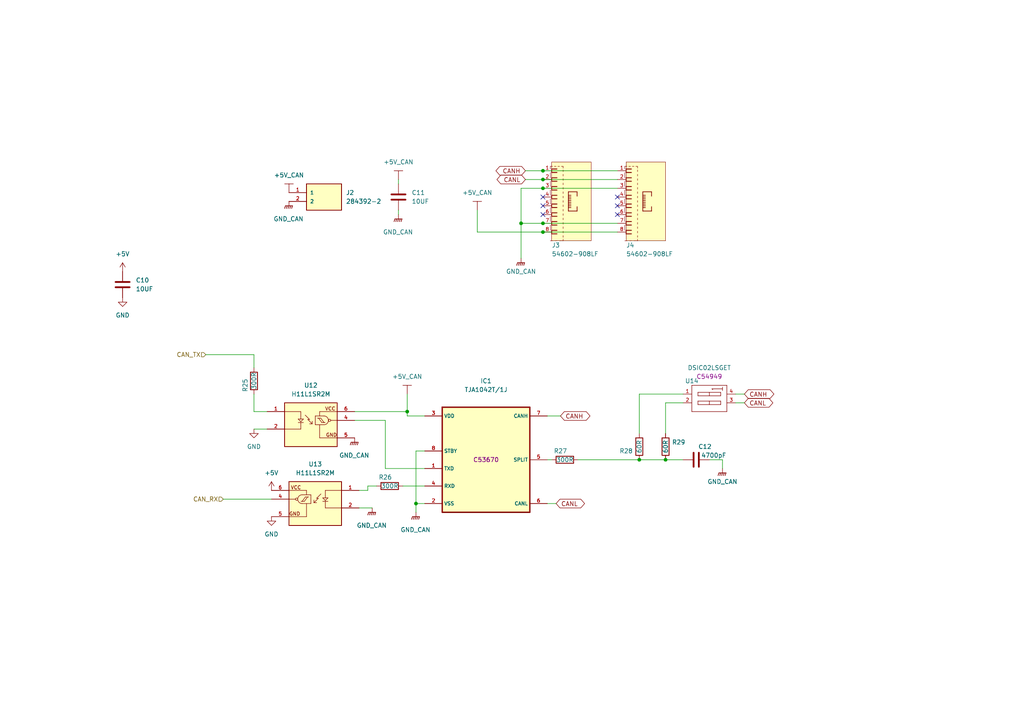
<source format=kicad_sch>
(kicad_sch (version 20211123) (generator eeschema)
  (paper "A4")
  (lib_symbols
    (symbol "54602-908LF_1" (pin_names (offset 1.016) hide)
      (property "Reference" "J" (at 12.7 10.16 0))
      (property "Value" "54602-908LF_1" (at 0 -12.7 0))
      (symbol "54602-908LF_1_0_0"
        (polyline (pts (xy -0.381 -10.16) (xy 0.254 -10.16)) (stroke (width 0.127)))
        (polyline (pts (xy -0.381 -5.588) (xy -0.381 -7.112)) (stroke (width 0.127)))
        (polyline (pts (xy -0.381 -3.048) (xy -0.381 -4.572)) (stroke (width 0.127)))
        (polyline (pts (xy -0.381 -0.508) (xy -0.381 -2.032)) (stroke (width 0.127)))
        (polyline (pts (xy -0.381 2.032) (xy -0.381 0.508)) (stroke (width 0.127)))
        (polyline (pts (xy -0.381 4.572) (xy -0.381 3.048)) (stroke (width 0.127)))
        (polyline (pts (xy -0.381 7.112) (xy -0.381 5.588)) (stroke (width 0.127)))
        (polyline (pts (xy -0.381 9.652) (xy -0.381 8.128)) (stroke (width 0.127)))
        (polyline (pts (xy -0.381 11.43) (xy -0.381 10.668)) (stroke (width 0.127)))
        (polyline (pts (xy 0 -8.128) (xy 1.524 -8.128)) (stroke (width 0.254)))
        (polyline (pts (xy 0 -7.112) (xy 0 -8.128)) (stroke (width 0.254)))
        (polyline (pts (xy 0 -5.588) (xy 1.524 -5.588)) (stroke (width 0.254)))
        (polyline (pts (xy 0 -4.572) (xy 0 -5.588)) (stroke (width 0.254)))
        (polyline (pts (xy 0 -3.048) (xy 1.524 -3.048)) (stroke (width 0.254)))
        (polyline (pts (xy 0 -2.032) (xy 0 -3.048)) (stroke (width 0.254)))
        (polyline (pts (xy 0 -0.508) (xy 1.524 -0.508)) (stroke (width 0.254)))
        (polyline (pts (xy 0 0.508) (xy 0 -0.508)) (stroke (width 0.254)))
        (polyline (pts (xy 0 2.032) (xy 1.524 2.032)) (stroke (width 0.254)))
        (polyline (pts (xy 0 3.048) (xy 0 2.032)) (stroke (width 0.254)))
        (polyline (pts (xy 0 4.572) (xy 1.524 4.572)) (stroke (width 0.254)))
        (polyline (pts (xy 0 5.588) (xy 0 4.572)) (stroke (width 0.254)))
        (polyline (pts (xy 0 7.112) (xy 1.524 7.112)) (stroke (width 0.254)))
        (polyline (pts (xy 0 8.128) (xy 0 7.112)) (stroke (width 0.254)))
        (polyline (pts (xy 0 9.652) (xy 1.524 9.652)) (stroke (width 0.254)))
        (polyline (pts (xy 0 10.668) (xy 0 9.652)) (stroke (width 0.254)))
        (polyline (pts (xy 0.254 11.43) (xy -0.381 11.43)) (stroke (width 0.127)))
        (polyline (pts (xy 1.016 -10.16) (xy 1.524 -10.16)) (stroke (width 0.127)))
        (polyline (pts (xy 1.27 11.43) (xy 0.762 11.43)) (stroke (width 0.127)))
        (polyline (pts (xy 1.524 -7.112) (xy 0 -7.112)) (stroke (width 0.254)))
        (polyline (pts (xy 1.524 -4.572) (xy 0 -4.572)) (stroke (width 0.254)))
        (polyline (pts (xy 1.524 -2.032) (xy 0 -2.032)) (stroke (width 0.254)))
        (polyline (pts (xy 1.524 0.508) (xy 0 0.508)) (stroke (width 0.254)))
        (polyline (pts (xy 1.524 3.048) (xy 0 3.048)) (stroke (width 0.254)))
        (polyline (pts (xy 1.524 5.588) (xy 0 5.588)) (stroke (width 0.254)))
        (polyline (pts (xy 1.524 8.128) (xy 0 8.128)) (stroke (width 0.254)))
        (polyline (pts (xy 1.524 10.668) (xy 0 10.668)) (stroke (width 0.254)))
        (polyline (pts (xy 2.286 -10.16) (xy 2.794 -10.16)) (stroke (width 0.127)))
        (polyline (pts (xy 2.286 11.43) (xy 1.778 11.43)) (stroke (width 0.127)))
        (polyline (pts (xy 3.048 -10.16) (xy 3.302 -10.16)) (stroke (width 0.127)))
        (polyline (pts (xy 3.302 -10.16) (xy 3.302 -9.652)) (stroke (width 0.127)))
        (polyline (pts (xy 3.302 -9.144) (xy 3.302 -8.636)) (stroke (width 0.127)))
        (polyline (pts (xy 3.302 -7.874) (xy 3.302 -7.366)) (stroke (width 0.127)))
        (polyline (pts (xy 3.302 -6.604) (xy 3.302 -6.096)) (stroke (width 0.127)))
        (polyline (pts (xy 3.302 -5.334) (xy 3.302 -4.826)) (stroke (width 0.127)))
        (polyline (pts (xy 3.302 -4.064) (xy 3.302 -3.556)) (stroke (width 0.127)))
        (polyline (pts (xy 3.302 -2.794) (xy 3.302 -2.286)) (stroke (width 0.127)))
        (polyline (pts (xy 3.302 -1.524) (xy 3.302 -1.016)) (stroke (width 0.127)))
        (polyline (pts (xy 3.302 -0.254) (xy 3.302 0.254)) (stroke (width 0.127)))
        (polyline (pts (xy 3.302 1.016) (xy 3.302 1.524)) (stroke (width 0.127)))
        (polyline (pts (xy 3.302 2.286) (xy 3.302 2.794)) (stroke (width 0.127)))
        (polyline (pts (xy 3.302 3.556) (xy 3.302 4.064)) (stroke (width 0.127)))
        (polyline (pts (xy 3.302 4.826) (xy 3.302 5.334)) (stroke (width 0.127)))
        (polyline (pts (xy 3.302 6.096) (xy 3.302 6.604)) (stroke (width 0.127)))
        (polyline (pts (xy 3.302 7.366) (xy 3.302 7.874)) (stroke (width 0.127)))
        (polyline (pts (xy 3.302 8.636) (xy 3.302 9.144)) (stroke (width 0.127)))
        (polyline (pts (xy 3.302 9.906) (xy 3.302 10.414)) (stroke (width 0.127)))
        (polyline (pts (xy 3.302 10.922) (xy 3.302 11.43)) (stroke (width 0.127)))
        (polyline (pts (xy 3.302 11.43) (xy 2.794 11.43)) (stroke (width 0.127)))
        (polyline (pts (xy 4.826 -1.524) (xy 7.366 -1.524)) (stroke (width 0.2032)))
        (polyline (pts (xy 4.826 -0.508) (xy 4.826 -1.524)) (stroke (width 0.2032)))
        (polyline (pts (xy 4.826 -0.508) (xy 5.588 -0.508)) (stroke (width 0.2032)))
        (polyline (pts (xy 4.826 0) (xy 4.826 -0.508)) (stroke (width 0.2032)))
        (polyline (pts (xy 4.826 0) (xy 5.588 0)) (stroke (width 0.2032)))
        (polyline (pts (xy 4.826 0.508) (xy 4.826 0)) (stroke (width 0.2032)))
        (polyline (pts (xy 4.826 0.508) (xy 5.588 0.508)) (stroke (width 0.2032)))
        (polyline (pts (xy 4.826 1.016) (xy 4.826 0.508)) (stroke (width 0.2032)))
        (polyline (pts (xy 4.826 1.016) (xy 5.588 1.016)) (stroke (width 0.2032)))
        (polyline (pts (xy 4.826 1.524) (xy 4.826 1.016)) (stroke (width 0.2032)))
        (polyline (pts (xy 4.826 1.524) (xy 5.588 1.524)) (stroke (width 0.2032)))
        (polyline (pts (xy 4.826 2.032) (xy 4.826 1.524)) (stroke (width 0.2032)))
        (polyline (pts (xy 4.826 2.032) (xy 5.588 2.032)) (stroke (width 0.2032)))
        (polyline (pts (xy 4.826 2.54) (xy 4.826 2.032)) (stroke (width 0.2032)))
        (polyline (pts (xy 4.826 2.54) (xy 5.588 2.54)) (stroke (width 0.2032)))
        (polyline (pts (xy 4.826 3.048) (xy 4.826 2.54)) (stroke (width 0.2032)))
        (polyline (pts (xy 4.826 3.048) (xy 5.588 3.048)) (stroke (width 0.2032)))
        (polyline (pts (xy 4.826 4.064) (xy 4.826 3.048)) (stroke (width 0.2032)))
        (polyline (pts (xy 7.366 -1.524) (xy 7.366 -0.254)) (stroke (width 0.2032)))
        (polyline (pts (xy 7.366 2.794) (xy 7.366 4.064)) (stroke (width 0.2032)))
        (polyline (pts (xy 7.366 4.064) (xy 4.826 4.064)) (stroke (width 0.2032)))
        (rectangle (start 0 12.7) (end 11.43 -10.16) (stroke (width 0.127)) (fill (type background)))
        (pin passive line (at -2.54 10.16 0) (length 2.54) (name "~") (number "1"))
        (pin passive line (at -2.54 7.62 0) (length 2.54) (name "~") (number "2"))
        (pin passive line (at -2.54 5.08 0) (length 2.54) (name "~") (number "3"))
        (pin passive line (at -2.54 2.54 0) (length 2.54) (name "~") (number "4"))
        (pin passive line (at -2.54 0 0) (length 2.54) (name "~") (number "5"))
        (pin passive line (at -2.54 -2.54 0) (length 2.54) (name "~") (number "6"))
        (pin passive line (at -2.54 -5.08 0) (length 2.54) (name "~") (number "7"))
        (pin passive line (at -2.54 -7.62 0) (length 2.54) (name "~") (number "8"))
      )
    )
    (symbol "Device:C" (pin_numbers hide) (pin_names (offset 0.254))
      (property "Reference" "C" (at 0.635 2.54 0))
      (property "Value" "C" (at 0.635 -2.54 0))
      (symbol "C_0_1"
        (polyline (pts (xy -2.032 -0.762) (xy 2.032 -0.762)) (stroke (width 0.508)))
        (polyline (pts (xy -2.032 0.762) (xy 2.032 0.762)) (stroke (width 0.508)))
      )
      (symbol "C_1_1"
        (pin passive line (at 0 3.81 270) (length 2.794) (name "~") (number "1"))
        (pin passive line (at 0 -3.81 90) (length 2.794) (name "~") (number "2"))
      )
    )
    (symbol "Device:R" (pin_numbers hide) (pin_names (offset 0))
      (property "Reference" "R" (at 2.032 0 90))
      (property "Value" "R" (at 0 0 90))
      (symbol "R_0_1"
        (rectangle (start -1.016 -2.54) (end 1.016 2.54) (stroke (width 0.254)))
      )
      (symbol "R_1_1"
        (pin passive line (at 0 3.81 270) (length 1.27) (name "~") (number "1"))
        (pin passive line (at 0 -3.81 90) (length 1.27) (name "~") (number "2"))
      )
    )
    (symbol "Schematic:284392-2" (pin_names (offset 1.016))
      (property "Reference" "J12" (at 6.35 2.5401 0))
      (property "Value" "284392-2" (at 6.35 0.0001 0))
      (symbol "284392-2_0_0"
        (rectangle (start -5.08 -2.54) (end 5.08 5.08) (stroke (width 0.254)) (fill (type background)))
        (pin power_out line (at -10.16 2.54 0) (length 5.08) (name "1") (number "1"))
        (pin power_out line (at -10.16 0 0) (length 5.08) (name "2") (number "2"))
      )
    )
    (symbol "Schematic:54602-908LF" (pin_names (offset 1.016) hide)
      (property "Reference" "J" (at 12.7 10.16 0))
      (property "Value" "54602-908LF" (at 0 -12.7 0))
      (symbol "54602-908LF_0_0"
        (polyline (pts (xy -0.381 -10.16) (xy 0.254 -10.16)) (stroke (width 0.127)))
        (polyline (pts (xy -0.381 -5.588) (xy -0.381 -7.112)) (stroke (width 0.127)))
        (polyline (pts (xy -0.381 -3.048) (xy -0.381 -4.572)) (stroke (width 0.127)))
        (polyline (pts (xy -0.381 -0.508) (xy -0.381 -2.032)) (stroke (width 0.127)))
        (polyline (pts (xy -0.381 2.032) (xy -0.381 0.508)) (stroke (width 0.127)))
        (polyline (pts (xy -0.381 4.572) (xy -0.381 3.048)) (stroke (width 0.127)))
        (polyline (pts (xy -0.381 7.112) (xy -0.381 5.588)) (stroke (width 0.127)))
        (polyline (pts (xy -0.381 9.652) (xy -0.381 8.128)) (stroke (width 0.127)))
        (polyline (pts (xy -0.381 11.43) (xy -0.381 10.668)) (stroke (width 0.127)))
        (polyline (pts (xy 0 -8.128) (xy 1.524 -8.128)) (stroke (width 0.254)))
        (polyline (pts (xy 0 -7.112) (xy 0 -8.128)) (stroke (width 0.254)))
        (polyline (pts (xy 0 -5.588) (xy 1.524 -5.588)) (stroke (width 0.254)))
        (polyline (pts (xy 0 -4.572) (xy 0 -5.588)) (stroke (width 0.254)))
        (polyline (pts (xy 0 -3.048) (xy 1.524 -3.048)) (stroke (width 0.254)))
        (polyline (pts (xy 0 -2.032) (xy 0 -3.048)) (stroke (width 0.254)))
        (polyline (pts (xy 0 -0.508) (xy 1.524 -0.508)) (stroke (width 0.254)))
        (polyline (pts (xy 0 0.508) (xy 0 -0.508)) (stroke (width 0.254)))
        (polyline (pts (xy 0 2.032) (xy 1.524 2.032)) (stroke (width 0.254)))
        (polyline (pts (xy 0 3.048) (xy 0 2.032)) (stroke (width 0.254)))
        (polyline (pts (xy 0 4.572) (xy 1.524 4.572)) (stroke (width 0.254)))
        (polyline (pts (xy 0 5.588) (xy 0 4.572)) (stroke (width 0.254)))
        (polyline (pts (xy 0 7.112) (xy 1.524 7.112)) (stroke (width 0.254)))
        (polyline (pts (xy 0 8.128) (xy 0 7.112)) (stroke (width 0.254)))
        (polyline (pts (xy 0 9.652) (xy 1.524 9.652)) (stroke (width 0.254)))
        (polyline (pts (xy 0 10.668) (xy 0 9.652)) (stroke (width 0.254)))
        (polyline (pts (xy 0.254 11.43) (xy -0.381 11.43)) (stroke (width 0.127)))
        (polyline (pts (xy 1.016 -10.16) (xy 1.524 -10.16)) (stroke (width 0.127)))
        (polyline (pts (xy 1.27 11.43) (xy 0.762 11.43)) (stroke (width 0.127)))
        (polyline (pts (xy 1.524 -7.112) (xy 0 -7.112)) (stroke (width 0.254)))
        (polyline (pts (xy 1.524 -4.572) (xy 0 -4.572)) (stroke (width 0.254)))
        (polyline (pts (xy 1.524 -2.032) (xy 0 -2.032)) (stroke (width 0.254)))
        (polyline (pts (xy 1.524 0.508) (xy 0 0.508)) (stroke (width 0.254)))
        (polyline (pts (xy 1.524 3.048) (xy 0 3.048)) (stroke (width 0.254)))
        (polyline (pts (xy 1.524 5.588) (xy 0 5.588)) (stroke (width 0.254)))
        (polyline (pts (xy 1.524 8.128) (xy 0 8.128)) (stroke (width 0.254)))
        (polyline (pts (xy 1.524 10.668) (xy 0 10.668)) (stroke (width 0.254)))
        (polyline (pts (xy 2.286 -10.16) (xy 2.794 -10.16)) (stroke (width 0.127)))
        (polyline (pts (xy 2.286 11.43) (xy 1.778 11.43)) (stroke (width 0.127)))
        (polyline (pts (xy 3.048 -10.16) (xy 3.302 -10.16)) (stroke (width 0.127)))
        (polyline (pts (xy 3.302 -10.16) (xy 3.302 -9.652)) (stroke (width 0.127)))
        (polyline (pts (xy 3.302 -9.144) (xy 3.302 -8.636)) (stroke (width 0.127)))
        (polyline (pts (xy 3.302 -7.874) (xy 3.302 -7.366)) (stroke (width 0.127)))
        (polyline (pts (xy 3.302 -6.604) (xy 3.302 -6.096)) (stroke (width 0.127)))
        (polyline (pts (xy 3.302 -5.334) (xy 3.302 -4.826)) (stroke (width 0.127)))
        (polyline (pts (xy 3.302 -4.064) (xy 3.302 -3.556)) (stroke (width 0.127)))
        (polyline (pts (xy 3.302 -2.794) (xy 3.302 -2.286)) (stroke (width 0.127)))
        (polyline (pts (xy 3.302 -1.524) (xy 3.302 -1.016)) (stroke (width 0.127)))
        (polyline (pts (xy 3.302 -0.254) (xy 3.302 0.254)) (stroke (width 0.127)))
        (polyline (pts (xy 3.302 1.016) (xy 3.302 1.524)) (stroke (width 0.127)))
        (polyline (pts (xy 3.302 2.286) (xy 3.302 2.794)) (stroke (width 0.127)))
        (polyline (pts (xy 3.302 3.556) (xy 3.302 4.064)) (stroke (width 0.127)))
        (polyline (pts (xy 3.302 4.826) (xy 3.302 5.334)) (stroke (width 0.127)))
        (polyline (pts (xy 3.302 6.096) (xy 3.302 6.604)) (stroke (width 0.127)))
        (polyline (pts (xy 3.302 7.366) (xy 3.302 7.874)) (stroke (width 0.127)))
        (polyline (pts (xy 3.302 8.636) (xy 3.302 9.144)) (stroke (width 0.127)))
        (polyline (pts (xy 3.302 9.906) (xy 3.302 10.414)) (stroke (width 0.127)))
        (polyline (pts (xy 3.302 10.922) (xy 3.302 11.43)) (stroke (width 0.127)))
        (polyline (pts (xy 3.302 11.43) (xy 2.794 11.43)) (stroke (width 0.127)))
        (polyline (pts (xy 4.826 -1.524) (xy 7.366 -1.524)) (stroke (width 0.2032)))
        (polyline (pts (xy 4.826 -0.508) (xy 4.826 -1.524)) (stroke (width 0.2032)))
        (polyline (pts (xy 4.826 -0.508) (xy 5.588 -0.508)) (stroke (width 0.2032)))
        (polyline (pts (xy 4.826 0) (xy 4.826 -0.508)) (stroke (width 0.2032)))
        (polyline (pts (xy 4.826 0) (xy 5.588 0)) (stroke (width 0.2032)))
        (polyline (pts (xy 4.826 0.508) (xy 4.826 0)) (stroke (width 0.2032)))
        (polyline (pts (xy 4.826 0.508) (xy 5.588 0.508)) (stroke (width 0.2032)))
        (polyline (pts (xy 4.826 1.016) (xy 4.826 0.508)) (stroke (width 0.2032)))
        (polyline (pts (xy 4.826 1.016) (xy 5.588 1.016)) (stroke (width 0.2032)))
        (polyline (pts (xy 4.826 1.524) (xy 4.826 1.016)) (stroke (width 0.2032)))
        (polyline (pts (xy 4.826 1.524) (xy 5.588 1.524)) (stroke (width 0.2032)))
        (polyline (pts (xy 4.826 2.032) (xy 4.826 1.524)) (stroke (width 0.2032)))
        (polyline (pts (xy 4.826 2.032) (xy 5.588 2.032)) (stroke (width 0.2032)))
        (polyline (pts (xy 4.826 2.54) (xy 4.826 2.032)) (stroke (width 0.2032)))
        (polyline (pts (xy 4.826 2.54) (xy 5.588 2.54)) (stroke (width 0.2032)))
        (polyline (pts (xy 4.826 3.048) (xy 4.826 2.54)) (stroke (width 0.2032)))
        (polyline (pts (xy 4.826 3.048) (xy 5.588 3.048)) (stroke (width 0.2032)))
        (polyline (pts (xy 4.826 4.064) (xy 4.826 3.048)) (stroke (width 0.2032)))
        (polyline (pts (xy 7.366 -1.524) (xy 7.366 -0.254)) (stroke (width 0.2032)))
        (polyline (pts (xy 7.366 2.794) (xy 7.366 4.064)) (stroke (width 0.2032)))
        (polyline (pts (xy 7.366 4.064) (xy 4.826 4.064)) (stroke (width 0.2032)))
        (rectangle (start 0 12.7) (end 11.43 -10.16) (stroke (width 0.127)) (fill (type background)))
        (pin passive line (at -2.54 10.16 0) (length 2.54) (name "~") (number "1"))
        (pin passive line (at -2.54 7.62 0) (length 2.54) (name "~") (number "2"))
        (pin passive line (at -2.54 5.08 0) (length 2.54) (name "~") (number "3"))
        (pin passive line (at -2.54 2.54 0) (length 2.54) (name "~") (number "4"))
        (pin passive line (at -2.54 0 0) (length 2.54) (name "~") (number "5"))
        (pin passive line (at -2.54 -2.54 0) (length 2.54) (name "~") (number "6"))
        (pin passive line (at -2.54 -5.08 0) (length 2.54) (name "~") (number "7"))
        (pin passive line (at -2.54 -7.62 0) (length 2.54) (name "~") (number "8"))
      )
    )
    (symbol "Schematic:DSIC02LSGET" (pin_names hide)
      (property "Reference" "U" (at 0 1.27 0))
      (property "Value" "DSIC02LSGET" (at 0 -2.54 0))
      (property "LCSC" "C54949" (at 0 0 0))
      (symbol "DSIC02LSGET_0_0"
        (polyline (pts (xy -5.08 -3.81) (xy -5.08 3.81)))
        (polyline (pts (xy -5.08 3.81) (xy 5.08 3.81)))
        (polyline (pts (xy -3.302 -1.778) (xy -3.302 -0.762)))
        (polyline (pts (xy -3.302 -0.762) (xy 3.302 -0.762)))
        (polyline (pts (xy -3.302 0.762) (xy -3.302 1.778)))
        (polyline (pts (xy -3.302 1.778) (xy 3.302 1.778)))
        (polyline (pts (xy 0 -0.762) (xy 0 -1.778)))
        (polyline (pts (xy 0 1.778) (xy 0 0.762)))
        (polyline (pts (xy 0.762 2.794) (xy 3.81 2.794)))
        (polyline (pts (xy 1.016 2.54) (xy 0.762 2.794)))
        (polyline (pts (xy 3.302 -1.778) (xy -3.302 -1.778)))
        (polyline (pts (xy 3.302 -0.762) (xy 3.302 -1.778)))
        (polyline (pts (xy 3.302 0.762) (xy -3.302 0.762)))
        (polyline (pts (xy 3.302 1.778) (xy 3.302 0.762)))
        (polyline (pts (xy 3.81 3.302) (xy 3.81 2.286)))
        (polyline (pts (xy 5.08 -3.81) (xy -5.08 -3.81)))
        (polyline (pts (xy 5.08 3.81) (xy 5.08 -3.81)))
        (pin input line (at -7.62 1.27 0) (length 2.54) (name "A1") (number "1"))
        (pin input line (at -7.62 -1.27 0) (length 2.54) (name "A2") (number "2"))
        (pin input line (at 7.62 -1.27 180) (length 2.54) (name "B2") (number "3"))
        (pin input line (at 7.62 1.27 180) (length 2.54) (name "B1") (number "4"))
      )
    )
    (symbol "Schematic:H11L1SR2M" (pin_names (offset 1.016) hide)
      (property "Reference" "U" (at -7.62 6.35 0))
      (property "Value" "H11L1SR2M" (at -7.62 -8.89 0))
      (symbol "H11L1SR2M_0_0"
        (rectangle (start -7.62 -7.62) (end 7.62 5.08) (stroke (width 0.254)) (fill (type background)))
        (polyline (pts (xy -7.62 2.54) (xy -2.921 2.54)) (stroke (width 0.1524)))
        (polyline (pts (xy -3.683 -0.635) (xy -2.159 -0.635)) (stroke (width 0.1524)))
        (polyline (pts (xy -3.683 0.381) (xy -2.921 -0.381)) (stroke (width 0.1524)))
        (polyline (pts (xy -2.921 -2.54) (xy -7.62 -2.54)) (stroke (width 0.1524)))
        (polyline (pts (xy -2.921 -0.635) (xy -2.921 -2.54)) (stroke (width 0.1524)))
        (polyline (pts (xy -2.921 -0.381) (xy -2.159 0.381)) (stroke (width 0.1524)))
        (polyline (pts (xy -2.921 0.381) (xy -3.683 0.381)) (stroke (width 0.1524)))
        (polyline (pts (xy -2.921 0.381) (xy -2.159 0.381)) (stroke (width 0.1524)))
        (polyline (pts (xy -2.921 2.54) (xy -2.921 0.381)) (stroke (width 0.1524)))
        (polyline (pts (xy -1.651 1.524) (xy -0.381 0.254)) (stroke (width 0.1524)))
        (polyline (pts (xy -0.889 0.254) (xy 0.381 -1.016)) (stroke (width 0.1524)))
        (polyline (pts (xy -0.381 0.254) (xy -0.889 0.254)) (stroke (width 0.1524)))
        (polyline (pts (xy 0.381 -1.016) (xy -0.381 -1.016)) (stroke (width 0.1524)))
        (polyline (pts (xy 0.381 -1.016) (xy 0.381 -0.254)) (stroke (width 0.1524)))
        (polyline (pts (xy 1.27 -1.27) (xy 3.81 -1.27)) (stroke (width 0.1524)))
        (polyline (pts (xy 1.27 1.27) (xy 1.27 -1.27)) (stroke (width 0.1524)))
        (polyline (pts (xy 1.905 0.635) (xy 2.8702 0.635)) (stroke (width 0.1524)))
        (polyline (pts (xy 2.54 -5.08) (xy 7.62 -5.08)) (stroke (width 0.1524)))
        (polyline (pts (xy 2.54 -1.27) (xy 2.54 -5.08)) (stroke (width 0.1524)))
        (polyline (pts (xy 2.54 2.54) (xy 2.54 1.27)) (stroke (width 0.1524)))
        (polyline (pts (xy 2.8702 0.635) (xy 3.81 -0.635)) (stroke (width 0.1524)))
        (polyline (pts (xy 3.175 -0.635) (xy 2.2352 0.635)) (stroke (width 0.1524)))
        (polyline (pts (xy 3.81 -0.635) (xy 3.175 -0.635)) (stroke (width 0.1524)))
        (polyline (pts (xy 3.81 -0.635) (xy 4.1402 -0.635)) (stroke (width 0.1524)))
        (polyline (pts (xy 3.81 1.27) (xy 1.27 1.27)) (stroke (width 0.1524)))
        (polyline (pts (xy 5.715 0) (xy 7.62 0)) (stroke (width 0.1524)))
        (polyline (pts (xy 7.62 2.54) (xy 2.54 2.54)) (stroke (width 0.1524)))
        (arc (start 3.81 -1.27) (mid 4.708 -0.898) (end 5.08 0) (stroke (width 0.1524)))
        (arc (start 5.08 0) (mid 4.708 0.898) (end 3.81 1.27) (stroke (width 0.1524)))
        (circle (center 5.4102 0) (radius 0.3302) (stroke (width 0.1524)))
        (text "GND" (at 4.318 -4.826 0) (effects (font (size 1.016 1.016)) (justify left bottom)))
        (text "VCC" (at 4.064 2.794 0) (effects (font (size 1.016 1.016)) (justify left bottom)))
        (pin passive line (at -12.7 2.54 0) (length 5.08) (name "~") (number "1"))
        (pin passive line (at -12.7 -2.54 0) (length 5.08) (name "~") (number "2"))
        (pin output line (at 12.7 0 180) (length 5.08) (name "~") (number "4"))
        (pin power_in line (at 12.7 -5.08 180) (length 5.08) (name "~") (number "5"))
        (pin power_in line (at 12.7 2.54 180) (length 5.08) (name "~") (number "6"))
      )
    )
    (symbol "Schematic:TJA1042T_1J"
      (property "Reference" "U" (at 0 1.27 0))
      (property "Value" "TJA1042T_1J" (at 0 -2.54 0))
      (property "LCSC" "C53670" (at 0 0 0))
      (symbol "TJA1042T_1J_0_0"
        (rectangle (start -12.7 -15.24) (end 12.7 15.24) (stroke (width 0.4064)) (fill (type background)))
        (pin input line (at -17.78 -2.54 0) (length 5.08) (name "TXD") (number "1"))
        (pin power_in line (at -17.78 -12.7 0) (length 5.08) (name "VSS") (number "2"))
        (pin power_in line (at -17.78 12.7 0) (length 5.08) (name "VDD") (number "3"))
        (pin output line (at -17.78 -7.62 0) (length 5.08) (name "RXD") (number "4"))
        (pin passive line (at 17.78 0 180) (length 5.08) (name "SPLIT") (number "5"))
        (pin bidirectional line (at 17.78 -12.7 180) (length 5.08) (name "CANL") (number "6"))
        (pin bidirectional line (at 17.78 12.7 180) (length 5.08) (name "CANH") (number "7"))
        (pin input line (at -17.78 2.54 0) (length 5.08) (name "STBY") (number "8"))
      )
    )
    (symbol "power:+5V" (power) (pin_names (offset 0))
      (property "Value" "+5V" (at 0 3.556 0))
      (symbol "+5V_0_1"
        (polyline (pts (xy -0.762 1.27) (xy 0 2.54)))
        (polyline (pts (xy 0 0) (xy 0 2.54)))
        (polyline (pts (xy 0 2.54) (xy 0.762 1.27)))
      )
      (symbol "+5V_1_1"
        (pin power_in line (at 0 0 90) (length 0) hide (name "+5V") (number "1"))
      )
    )
    (symbol "power:+5V_CAN" (power) (pin_names (offset 0))
      (property "Value" "+5V_CAN" (at 0 3.556 0))
      (symbol "+5V_CAN_0_1"
        (polyline (pts (xy -1.27 2.54) (xy 0 2.54)))
        (polyline (pts (xy 0 0) (xy 0 2.54)))
        (polyline (pts (xy 0 2.54) (xy 1.27 2.54)))
      )
      (symbol "+5V_CAN_1_1"
        (pin power_in line (at 0 0 90) (length 0) hide (name "+5V_CAN") (number "1"))
      )
    )
    (symbol "power:GND" (power) (pin_names (offset 0))
      (property "Value" "GND" (at 0 -3.81 0))
      (symbol "GND_0_1"
        (polyline (pts (xy 0 0) (xy 0 -1.27) (xy 1.27 -1.27) (xy 0 -2.54) (xy -1.27 -1.27) (xy 0 -1.27)))
      )
      (symbol "GND_1_1"
        (pin power_in line (at 0 0 270) (length 0) hide (name "GND") (number "1"))
      )
    )
    (symbol "power:GND_CAN" (power) (pin_names (offset 0))
      (property "Value" "GND_CAN" (at 0 -3.302 0))
      (symbol "GND_CAN_0_1"
        (polyline (pts (xy 0 -1.27) (xy 0 0)))
        (polyline (pts (xy -1.016 -1.27) (xy -1.27 -2.032) (xy -1.27 -2.032)) (stroke (width 0.2032)))
        (polyline (pts (xy -0.508 -1.27) (xy -0.762 -2.032) (xy -0.762 -2.032)) (stroke (width 0.2032)))
        (polyline (pts (xy 0 -1.27) (xy -0.254 -2.032) (xy -0.254 -2.032)) (stroke (width 0.2032)))
        (polyline (pts (xy 0.508 -1.27) (xy 0.254 -2.032) (xy 0.254 -2.032)) (stroke (width 0.2032)))
        (polyline (pts (xy 1.016 -1.27) (xy -1.016 -1.27) (xy -1.016 -1.27)) (stroke (width 0.2032)))
        (polyline (pts (xy 1.016 -1.27) (xy 0.762 -2.032) (xy 0.762 -2.032) (xy 0.762 -2.032)) (stroke (width 0.2032)))
      )
      (symbol "GND_CAN_1_1"
        (pin power_in line (at 0 0 270) (length 0) hide (name "GND_CAN") (number "1"))
      )
    )
  )
  (junction (at 120.65 146.05))
  (junction (at 157.48 54.61))
  (junction (at 185.42 133.35))
  (junction (at 157.48 49.53))
  (junction (at 157.48 64.77))
  (junction (at 157.48 52.07))
  (junction (at 157.48 67.31))
  (junction (at 118.11 119.38))
  (junction (at 151.13 64.77))
  (junction (at 193.04 133.35))
  (no_connect (at 179.07 59.69))
  (no_connect (at 157.48 57.15))
  (no_connect (at 157.48 62.23))
  (no_connect (at 157.48 59.69))
  (no_connect (at 179.07 62.23))
  (no_connect (at 179.07 57.15))
  (wire (pts (xy 193.04 133.35) (xy 198.12 133.35)))
  (wire (pts (xy 215.9 116.84) (xy 213.36 116.84)))
  (wire (pts (xy 158.75 146.05) (xy 161.29 146.05)))
  (wire (pts (xy 106.68 142.24) (xy 106.68 140.97)))
  (wire (pts (xy 138.43 67.31) (xy 157.48 67.31)))
  (wire (pts (xy 106.68 140.97) (xy 109.22 140.97)))
  (wire (pts (xy 123.19 135.89) (xy 111.76 135.89)))
  (wire (pts (xy 118.11 119.38) (xy 118.11 120.65)))
  (wire (pts (xy 73.66 114.3) (xy 73.66 119.38)))
  (wire (pts (xy 120.65 146.05) (xy 123.19 146.05)))
  (wire (pts (xy 209.55 133.35) (xy 209.55 135.89)))
  (wire (pts (xy 111.76 135.89) (xy 111.76 121.92)))
  (wire (pts (xy 179.07 67.31) (xy 157.48 67.31)))
  (wire (pts (xy 116.84 140.97) (xy 123.19 140.97)))
  (wire (pts (xy 158.75 133.35) (xy 160.02 133.35)))
  (wire (pts (xy 123.19 130.81) (xy 120.65 130.81)))
  (wire (pts (xy 107.95 147.32) (xy 104.14 147.32)))
  (wire (pts (xy 193.04 133.35) (xy 185.42 133.35)))
  (wire (pts (xy 193.04 125.73) (xy 193.04 116.84)))
  (wire (pts (xy 73.66 106.68) (xy 73.66 102.87)))
  (wire (pts (xy 158.75 120.65) (xy 162.56 120.65)))
  (wire (pts (xy 179.07 54.61) (xy 157.48 54.61)))
  (wire (pts (xy 215.9 114.3) (xy 213.36 114.3)))
  (wire (pts (xy 157.48 54.61) (xy 151.13 54.61)))
  (wire (pts (xy 152.4 52.07) (xy 157.48 52.07)))
  (wire (pts (xy 73.66 124.46) (xy 77.47 124.46)))
  (wire (pts (xy 118.11 120.65) (xy 123.19 120.65)))
  (wire (pts (xy 151.13 64.77) (xy 157.48 64.77)))
  (wire (pts (xy 185.42 125.73) (xy 185.42 114.3)))
  (wire (pts (xy 102.87 119.38) (xy 118.11 119.38)))
  (wire (pts (xy 73.66 119.38) (xy 77.47 119.38)))
  (wire (pts (xy 118.11 114.3) (xy 118.11 119.38)))
  (wire (pts (xy 179.07 52.07) (xy 157.48 52.07)))
  (wire (pts (xy 138.43 60.96) (xy 138.43 67.31)))
  (wire (pts (xy 185.42 114.3) (xy 198.12 114.3)))
  (wire (pts (xy 205.74 133.35) (xy 209.55 133.35)))
  (wire (pts (xy 104.14 142.24) (xy 106.68 142.24)))
  (wire (pts (xy 115.57 60.96) (xy 115.57 62.23)))
  (wire (pts (xy 59.69 102.87) (xy 73.66 102.87)))
  (wire (pts (xy 152.4 49.53) (xy 157.48 49.53)))
  (wire (pts (xy 111.76 121.92) (xy 102.87 121.92)))
  (wire (pts (xy 193.04 116.84) (xy 198.12 116.84)))
  (wire (pts (xy 167.64 133.35) (xy 185.42 133.35)))
  (wire (pts (xy 151.13 64.77) (xy 151.13 74.93)))
  (wire (pts (xy 64.77 144.78) (xy 78.74 144.78)))
  (wire (pts (xy 120.65 148.59) (xy 120.65 146.05)))
  (wire (pts (xy 120.65 130.81) (xy 120.65 146.05)))
  (wire (pts (xy 179.07 64.77) (xy 157.48 64.77)))
  (wire (pts (xy 179.07 49.53) (xy 157.48 49.53)))
  (wire (pts (xy 151.13 54.61) (xy 151.13 64.77)))
  (wire (pts (xy 115.57 53.34) (xy 115.57 52.07)))
  (global_label "CANH" (shape bidirectional) (at 215.9 114.3 0) (property "Intersheet References" "${INTERSHEET_REFS}" (effects hide)))
  (global_label "CANH" (shape bidirectional) (at 162.56 120.65 0) (property "Intersheet References" "${INTERSHEET_REFS}" (effects hide)))
  (global_label "CANL" (shape bidirectional) (at 161.29 146.05 0) (property "Intersheet References" "${INTERSHEET_REFS}" (effects hide)))
  (global_label "CANL" (shape bidirectional) (at 215.9 116.84 0) (property "Intersheet References" "${INTERSHEET_REFS}" (effects hide)))
  (global_label "CANH" (shape bidirectional) (at 152.4 49.53 180) (property "Intersheet References" "${INTERSHEET_REFS}" (effects hide)))
  (global_label "CANL" (shape bidirectional) (at 152.4 52.07 180) (property "Intersheet References" "${INTERSHEET_REFS}" (effects hide)))
  (hierarchical_label "CAN_TX" (shape input) (at 59.69 102.87 180))
  (hierarchical_label "CAN_RX" (shape input) (at 64.77 144.78 180))
  (symbol (lib_id "power:GND") (at 35.56 86.36 0) (unit 1)
    (property "Reference" "#PWR051" (effects hide))
    (property "Value" "GND" (at 35.56 91.44 0))
  )
  (symbol (lib_id "power:+5V_CAN") (at 115.57 52.07 0) (unit 1)
    (property "Reference" "#PWR059" (effects hide))
    (property "Value" "+5V_CAN" (at 115.57 46.99 0))
  )
  (symbol (lib_id "Device:R") (at 113.03 140.97 90) (unit 1)
    (property "Reference" "R26" (at 111.76 138.43 90))
    (property "Value" "300R" (at 113.03 140.97 90))
    (property "Footprint" "Resistor_SMD:R_0805_2012Metric" (effects hide))
    (property "PN" "RMCF0805JT300R" (effects hide))
  )
  (symbol (lib_id "Device:C") (at 115.57 57.15 0) (unit 1)
    (property "Reference" "C11" (at 119.38 55.8799 0) (effects (justify left)))
    (property "Value" "10UF" (at 119.38 58.4199 0) (effects (justify left)))
    (property "Footprint" "Capacitor_SMD:C_1206_3216Metric" (effects hide))
    (property "PN" "CL31B106KAHNFNE" (effects hide))
  )
  (symbol (lib_id "power:GND") (at 73.66 124.46 0) (unit 1)
    (property "Reference" "#PWR052" (effects hide))
    (property "Value" "GND" (at 73.66 129.54 0))
  )
  (symbol (lib_id "power:+5V_CAN") (at 83.82 55.88 0) (unit 1)
    (property "Reference" "#PWR055" (effects hide))
    (property "Value" "+5V_CAN" (at 83.82 50.8 0))
  )
  (symbol (lib_id "power:+5V") (at 78.74 142.24 0) (unit 1)
    (property "Reference" "#PWR053" (effects hide))
    (property "Value" "+5V" (at 78.74 137.16 0))
  )
  (symbol (lib_id "Device:R") (at 185.42 129.54 180) (unit 1)
    (property "Reference" "R28" (at 181.61 130.81 0))
    (property "Value" "60R" (at 185.42 129.54 90))
    (property "Footprint" "Resistor_SMD:R_0805_2012Metric" (effects hide))
    (property "PN" "RCS080560R4FKEA" (effects hide))
  )
  (symbol (lib_name "54602-908LF_1") (lib_id "Schematic:54602-908LF") (at 160.02 59.69 0) (unit 1)
    (property "Reference" "J3" (at 160.02 71.12 0) (effects (justify left)))
    (property "Value" "54602-908LF" (at 160.02 73.66 0) (effects (justify left)))
    (property "Footprint" "Footprints:AMPHENOL_54602-908LF" (effects hide))
    (property "PRICE" "0.36 USD" (effects hide))
    (property "PARTREV" "J" (effects hide))
    (property "PACKAGE" "None" (effects hide))
    (property "STANDARD" "MANUFACTURER RECOMMENDATION" (effects hide))
    (property "MANUFACTURER" "Amphenol FCI" (effects hide))
    (property "DESCRIPTION" "CONN MOD JACK 8P8C R/A UNSHLD" (effects hide))
    (property "AVAILABILITY" "Good" (effects hide))
    (property "MP" "54602-908LF" (effects hide))
    (property "PN" "54602-908LF" (effects hide))
  )
  (symbol (lib_id "Device:C") (at 201.93 133.35 90) (unit 1)
    (property "Reference" "C12" (at 204.47 129.54 90))
    (property "Value" "4700pF" (at 207.01 132.08 90))
    (property "Footprint" "Capacitor_SMD:C_0603_1608Metric" (effects hide))
    (property "PN" "CGA3E2C0G1H472J080AA" (effects hide))
  )
  (symbol (lib_id "Schematic:TJA1042T_1J") (at 140.97 133.35 0) (unit 1)
    (property "Reference" "IC1" (at 140.97 110.49 0))
    (property "Value" "TJA1042T/1J" (at 140.97 113.03 0))
    (property "Footprint" "Package_SO:SO-8_3.9x4.9mm_P1.27mm" (effects hide))
    (property "Datasheet" "https://item.szlcsc.com/417287.html" (effects hide))
    (property "LCSC" "C53670" (at 140.97 133.35 0))
  )
  (symbol (lib_id "Device:R") (at 163.83 133.35 90) (unit 1)
    (property "Reference" "R27" (at 162.56 130.81 90))
    (property "Value" "300R" (at 163.83 133.35 90))
    (property "Footprint" "Resistor_SMD:R_0805_2012Metric" (effects hide))
    (property "PN" "RMCF0805JT300R" (effects hide))
  )
  (symbol (lib_id "power:GND_CAN") (at 107.95 147.32 0) (unit 1)
    (property "Reference" "#PWR058" (effects hide))
    (property "Value" "GND_CAN" (at 107.823 152.4 0))
  )
  (symbol (lib_id "Schematic:H11L1SR2M") (at 91.44 144.78 0) (mirror y) (unit 1)
    (property "Reference" "U13" (at 91.44 134.62 0))
    (property "Value" "H11L1SR2M" (at 91.44 137.16 0))
    (property "Footprint" "Footprints:IC_H11L1SR2M" (effects hide))
    (property "MAXIMUM_PACKAGE_HEIGHT" "4.80mm" (effects hide))
    (property "STANDARD" "Manufacturer Recommendations" (effects hide))
    (property "PARTREV" "3" (effects hide))
    (property "MANUFACTURER" "Fairchild Semiconductor" (effects hide))
    (property "PN" "H11L1SR2M" (effects hide))
  )
  (symbol (lib_id "power:GND_CAN") (at 115.57 62.23 0) (unit 1)
    (property "Reference" "#PWR060" (effects hide))
    (property "Value" "GND_CAN" (at 115.443 67.31 0))
  )
  (symbol (lib_id "Schematic:DSIC02LSGET") (at 205.74 115.57 0) (unit 1)
    (property "Reference" "U14" (at 200.66 110.49 0))
    (property "Value" "DSIC02LSGET" (at 205.74 106.68 0))
    (property "Footprint" "Footprints:SW-SMD_4P-L6.0-W5.1-P2.54-LS9.3-BL" (effects hide))
    (property "Datasheet" "https://atta.szlcsc.com/upload/public/pdf/source/20150928/1457707425489.pdf" (effects hide))
    (property "LCSC" "C54949" (at 205.74 109.22 0))
  )
  (symbol (lib_id "power:GND_CAN") (at 120.65 148.59 0) (unit 1)
    (property "Reference" "#PWR062" (effects hide))
    (property "Value" "GND_CAN" (at 120.523 153.67 0))
  )
  (symbol (lib_id "power:GND_CAN") (at 151.13 74.93 0) (unit 1)
    (property "Reference" "#PWR064" (effects hide))
    (property "Value" "GND_CAN" (at 151.13 78.74 0))
  )
  (symbol (lib_id "power:GND") (at 78.74 149.86 0) (unit 1)
    (property "Reference" "#PWR054" (effects hide))
    (property "Value" "GND" (at 78.74 154.94 0))
  )
  (symbol (lib_id "power:GND_CAN") (at 83.82 58.42 0) (unit 1)
    (property "Reference" "#PWR056" (effects hide))
    (property "Value" "GND_CAN" (at 83.693 63.5 0))
  )
  (symbol (lib_id "power:GND_CAN") (at 209.55 135.89 0) (unit 1)
    (property "Reference" "#PWR065" (effects hide))
    (property "Value" "GND_CAN" (at 209.55 139.7 0))
  )
  (symbol (lib_id "power:+5V") (at 35.56 78.74 0) (unit 1)
    (property "Reference" "#PWR050" (effects hide))
    (property "Value" "+5V" (at 35.56 73.66 0))
  )
  (symbol (lib_id "Device:R") (at 193.04 129.54 0) (unit 1)
    (property "Reference" "R29" (at 196.85 128.27 0))
    (property "Value" "60R" (at 193.04 129.54 90))
    (property "Footprint" "Resistor_SMD:R_0805_2012Metric" (effects hide))
    (property "PN" "RCS080560R4FKEA" (effects hide))
  )
  (symbol (lib_id "Schematic:284392-2") (at 93.98 58.42 0) (unit 1)
    (property "Reference" "J2" (at 100.33 55.8799 0) (effects (justify left)))
    (property "Value" "284392-2" (at 100.33 58.4199 0) (effects (justify left)))
    (property "Footprint" "Footprints:TE_284392-2" (effects hide))
    (property "Comment" "284392-2" (effects hide))
    (property "EU_RoHS_Compliance" "Compliant with Exemptions" (effects hide))
    (property "PN" "284392-2" (effects hide))
  )
  (symbol (lib_id "Device:R") (at 73.66 110.49 180) (unit 1)
    (property "Reference" "R25" (at 71.12 111.76 90))
    (property "Value" "300R" (at 73.66 110.49 90))
    (property "Footprint" "Resistor_SMD:R_0805_2012Metric" (effects hide))
    (property "PN" "RMCF0805JT300R" (effects hide))
  )
  (symbol (lib_id "power:+5V_CAN") (at 138.43 60.96 0) (unit 1)
    (property "Reference" "#PWR063" (effects hide))
    (property "Value" "+5V_CAN" (at 138.43 55.88 0))
  )
  (symbol (lib_id "Device:C") (at 35.56 82.55 0) (unit 1)
    (property "Reference" "C10" (at 39.37 81.2799 0) (effects (justify left)))
    (property "Value" "10UF" (at 39.37 83.8199 0) (effects (justify left)))
    (property "Footprint" "Capacitor_SMD:C_1206_3216Metric" (effects hide))
    (property "PN" "CL31B106KAHNFNE" (effects hide))
  )
  (symbol (lib_id "power:+5V_CAN") (at 118.11 114.3 0) (unit 1)
    (property "Reference" "#PWR061" (effects hide))
    (property "Value" "+5V_CAN" (at 118.11 109.22 0))
  )
  (symbol (lib_id "Schematic:54602-908LF") (at 181.61 59.69 0) (unit 1)
    (property "Reference" "J4" (at 181.61 71.12 0) (effects (justify left)))
    (property "Value" "54602-908LF" (at 181.61 73.66 0) (effects (justify left)))
    (property "Footprint" "Footprints:AMPHENOL_54602-908LF" (effects hide))
    (property "PRICE" "0.36 USD" (effects hide))
    (property "PARTREV" "J" (effects hide))
    (property "PACKAGE" "None" (effects hide))
    (property "STANDARD" "MANUFACTURER RECOMMENDATION" (effects hide))
    (property "MANUFACTURER" "Amphenol FCI" (effects hide))
    (property "DESCRIPTION" "CONN MOD JACK 8P8C R/A UNSHLD" (effects hide))
    (property "AVAILABILITY" "Good" (effects hide))
    (property "MP" "54602-908LF" (effects hide))
    (property "PN" "54602-908LF" (effects hide))
  )
  (symbol (lib_id "Schematic:H11L1SR2M") (at 90.17 121.92 0) (unit 1)
    (property "Reference" "U12" (at 90.17 111.76 0))
    (property "Value" "H11L1SR2M" (at 90.17 114.3 0))
    (property "Footprint" "Footprints:IC_H11L1SR2M" (effects hide))
    (property "MAXIMUM_PACKAGE_HEIGHT" "4.80mm" (effects hide))
    (property "STANDARD" "Manufacturer Recommendations" (effects hide))
    (property "PARTREV" "3" (effects hide))
    (property "MANUFACTURER" "Fairchild Semiconductor" (effects hide))
    (property "PN" "H11L1SR2M" (effects hide))
  )
  (symbol (lib_id "power:GND_CAN") (at 102.87 127 0) (unit 1)
    (property "Reference" "#PWR057" (effects hide))
    (property "Value" "GND_CAN" (at 102.743 132.08 0))
  )
)
</source>
